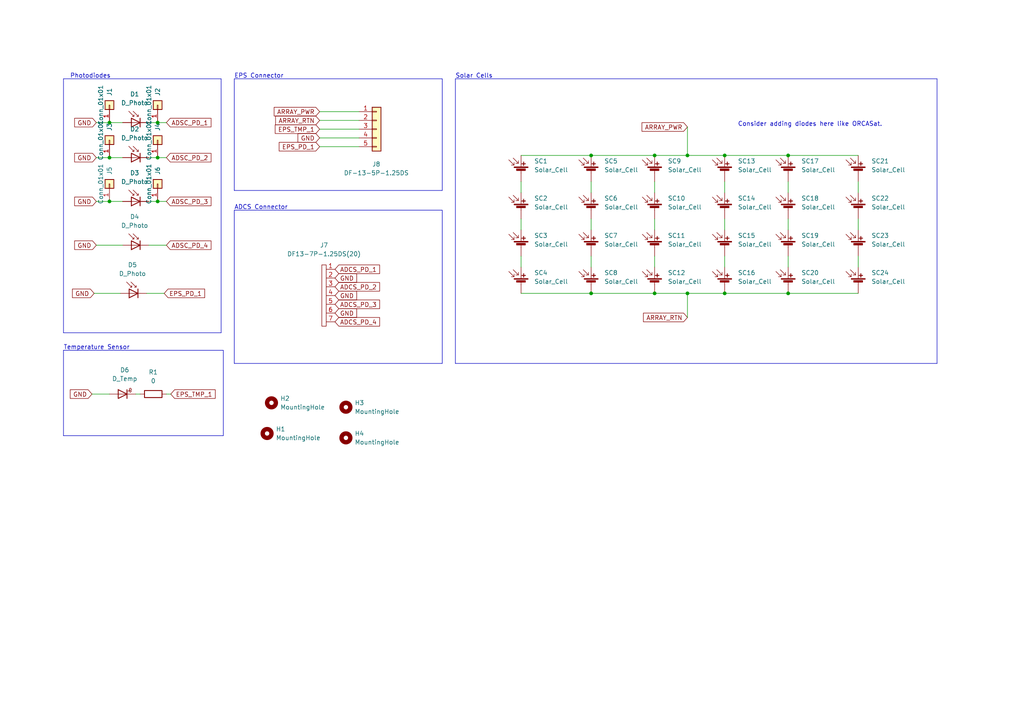
<source format=kicad_sch>
(kicad_sch (version 20230121) (generator eeschema)
  (paper "A4")
  (lib_symbols
    (symbol "ADCS_Symbols:DF13-4P-1.25DS(20)"
      (property "Reference" "U" (at 0 0 0))
      (property "Value" "DF13-4P-1.25DS(20)" (at 0 0 0))
      (symbol "DF13-4P-1.25DS(20)_0_1"
        (rectangle (start 0 0) (end 17.78 -1.27))
      )
      (symbol "DF13-4P-1.25DS(20)_1_1"
        (pin input line (at 1.27 -3.81 90) (length 2.54) (name "") (number "1"))
        (pin input line (at 3.81 -3.81 90) (length 2.54) (name "") (number "2"))
        (pin input line (at 6.35 -3.81 90) (length 2.54) (name "") (number "3"))
        (pin input line (at 8.89 -3.81 90) (length 2.54) (name "") (number "4"))
        (pin input line (at 11.43 -3.81 90) (length 2.54) (name "") (number "5"))
        (pin input line (at 13.97 -3.81 90) (length 2.54) (name "") (number "6"))
        (pin input line (at 16.51 -3.81 90) (length 2.54) (name "") (number "7"))
      )
    )
    (symbol "Connector_Generic:Conn_01x01" (pin_names (offset 1.016) hide)
      (property "Reference" "J" (at 0 2.54 0))
      (property "Value" "Conn_01x01" (at 0 -2.54 0))
      (symbol "Conn_01x01_1_1"
        (rectangle (start -1.27 0.127) (end 0 -0.127) (stroke (width 0.1524)))
        (rectangle (start -1.27 1.27) (end 1.27 -1.27) (stroke (width 0.254)) (fill (type background)))
        (pin passive line (at -5.08 0 0) (length 3.81) (name "Pin_1") (number "1"))
      )
    )
    (symbol "Connector_Generic:Conn_01x05" (pin_names (offset 1.016) hide)
      (property "Reference" "J" (at 0 7.62 0))
      (property "Value" "Conn_01x05" (at 0 -7.62 0))
      (symbol "Conn_01x05_1_1"
        (rectangle (start -1.27 -4.953) (end 0 -5.207) (stroke (width 0.1524)))
        (rectangle (start -1.27 -2.413) (end 0 -2.667) (stroke (width 0.1524)))
        (rectangle (start -1.27 0.127) (end 0 -0.127) (stroke (width 0.1524)))
        (rectangle (start -1.27 2.667) (end 0 2.413) (stroke (width 0.1524)))
        (rectangle (start -1.27 5.207) (end 0 4.953) (stroke (width 0.1524)))
        (rectangle (start -1.27 6.35) (end 1.27 -6.35) (stroke (width 0.254)) (fill (type background)))
        (pin passive line (at -5.08 5.08 0) (length 3.81) (name "Pin_1") (number "1"))
        (pin passive line (at -5.08 2.54 0) (length 3.81) (name "Pin_2") (number "2"))
        (pin passive line (at -5.08 0 0) (length 3.81) (name "Pin_3") (number "3"))
        (pin passive line (at -5.08 -2.54 0) (length 3.81) (name "Pin_4") (number "4"))
        (pin passive line (at -5.08 -5.08 0) (length 3.81) (name "Pin_5") (number "5"))
      )
    )
    (symbol "Device:D_Photo" (pin_numbers hide) (pin_names hide)
      (property "Reference" "D" (at 0.508 1.778 0))
      (property "Value" "D_Photo" (at -1.016 -2.794 0))
      (symbol "D_Photo_0_1"
        (polyline (pts (xy -2.54 1.27) (xy -2.54 -1.27)) (stroke (width 0.254)))
        (polyline (pts (xy -2.032 1.778) (xy -1.524 1.778)))
        (polyline (pts (xy 0 0) (xy -2.54 0)))
        (polyline (pts (xy -0.508 3.302) (xy -2.032 1.778) (xy -2.032 2.286)))
        (polyline (pts (xy 0 -1.27) (xy 0 1.27) (xy -2.54 0) (xy 0 -1.27)) (stroke (width 0.254)))
        (polyline (pts (xy 0.762 3.302) (xy -0.762 1.778) (xy -0.762 2.286) (xy -0.762 1.778) (xy -0.254 1.778)))
      )
      (symbol "D_Photo_1_1"
        (pin passive line (at -5.08 0 0) (length 2.54) (name "K") (number "1"))
        (pin passive line (at 2.54 0 180) (length 2.54) (name "A") (number "2"))
      )
    )
    (symbol "Device:D_TemperatureDependent" (pin_numbers hide) (pin_names (offset 1.016) hide)
      (property "Reference" "D" (at 0 2.54 0))
      (property "Value" "D_TemperatureDependent" (at 0 -3.175 0))
      (symbol "D_TemperatureDependent_0_1"
        (arc (start -2.4892 -1.4478) (mid -2.4907 -1.2925) (end -2.6162 -1.1938))
        (arc (start -2.4892 -1.4478) (mid -2.4148 -1.6274) (end -2.2352 -1.7018))
        (arc (start -2.4892 -0.8128) (mid -2.4148 -0.9924) (end -2.2352 -1.0668))
        (arc (start -2.2352 -1.7018) (mid -2.0556 -1.6274) (end -1.9812 -1.4478))
        (arc (start -2.2352 -1.0668) (mid -1.8805 -1.0481) (end -1.6002 -0.8128))
        (arc (start -2.2352 -0.5588) (mid -2.4148 -0.6332) (end -2.4892 -0.8128))
        (arc (start -1.9812 -0.8128) (mid -2.0556 -0.6332) (end -2.2352 -0.5588))
        (polyline (pts (xy -1.9812 -1.4224) (xy -1.9812 -0.8128)))
        (polyline (pts (xy -1.27 1.27) (xy -1.27 -1.27)) (stroke (width 0.254)))
        (polyline (pts (xy 1.27 0) (xy -1.27 0)))
        (polyline (pts (xy 1.27 -1.27) (xy 1.27 1.27) (xy -1.27 0) (xy 1.27 -1.27)) (stroke (width 0.254)))
      )
      (symbol "D_TemperatureDependent_1_1"
        (pin passive line (at -3.81 0 0) (length 2.54) (name "K") (number "1"))
        (pin passive line (at 3.81 0 180) (length 2.54) (name "A") (number "2"))
      )
    )
    (symbol "Device:R" (pin_numbers hide) (pin_names (offset 0))
      (property "Reference" "R" (at 2.032 0 90))
      (property "Value" "R" (at 0 0 90))
      (symbol "R_0_1"
        (rectangle (start -1.016 -2.54) (end 1.016 2.54) (stroke (width 0.254)))
      )
      (symbol "R_1_1"
        (pin passive line (at 0 3.81 270) (length 1.27) (name "~") (number "1"))
        (pin passive line (at 0 -3.81 90) (length 1.27) (name "~") (number "2"))
      )
    )
    (symbol "Device:Solar_Cell" (pin_numbers hide) (pin_names (offset 0) hide)
      (property "Reference" "SC" (at 2.54 2.54 0))
      (property "Value" "Solar_Cell" (at 2.54 0 0))
      (symbol "Solar_Cell_0_1"
        (rectangle (start -2.032 1.778) (end 2.032 1.524) (fill (type outline)))
        (rectangle (start -1.3208 1.1938) (end 1.27 0.6858) (fill (type outline)))
        (polyline (pts (xy -2.032 2.286) (xy -3.556 3.81)))
        (polyline (pts (xy -0.762 2.794) (xy -2.286 4.318)))
        (polyline (pts (xy 0 0.762) (xy 0 0)))
        (polyline (pts (xy 0 1.778) (xy 0 2.54)))
        (polyline (pts (xy 0.254 2.667) (xy 1.27 2.667)) (stroke (width 0.254)))
        (polyline (pts (xy 0.762 3.175) (xy 0.762 2.159)) (stroke (width 0.254)))
        (polyline (pts (xy -2.032 3.048) (xy -2.032 2.286) (xy -2.794 2.286)))
        (polyline (pts (xy -0.762 3.556) (xy -0.762 2.794) (xy -1.524 2.794)))
      )
      (symbol "Solar_Cell_1_1"
        (pin passive line (at 0 5.08 270) (length 2.54) (name "+") (number "1"))
        (pin passive line (at 0 -2.54 90) (length 2.54) (name "-") (number "2"))
      )
    )
    (symbol "Mechanical:MountingHole" (pin_names (offset 1.016))
      (property "Reference" "H" (at 0 5.08 0))
      (property "Value" "MountingHole" (at 0 3.175 0))
      (symbol "MountingHole_0_1"
        (circle (center 0 0) (radius 1.27) (stroke (width 1.27)))
      )
    )
  )
  (junction (at 31.75 45.72))
  (junction (at 45.72 58.42))
  (junction (at 228.6 85.09))
  (junction (at 45.72 35.56))
  (junction (at 171.45 45.085))
  (junction (at 189.865 85.09))
  (junction (at 45.72 45.72))
  (junction (at 199.39 45.085))
  (junction (at 228.6 45.085))
  (junction (at 171.45 85.09))
  (junction (at 199.39 85.09))
  (junction (at 31.75 58.42))
  (junction (at 189.865 45.085))
  (junction (at 210.185 45.085))
  (junction (at 31.75 35.56))
  (junction (at 210.185 85.09))
  (polyline (pts (xy 271.78 105.41) (xy 271.78 22.86)))
  (wire (pts (xy 92.71 34.925) (xy 104.14 34.925)))
  (wire (pts (xy 92.71 32.385) (xy 104.14 32.385)))
  (wire (pts (xy 31.75 35.56) (xy 35.56 35.56)))
  (wire (pts (xy 151.13 52.705) (xy 151.13 55.88)))
  (wire (pts (xy 27.94 71.12) (xy 35.56 71.12)))
  (wire (pts (xy 228.6 74.295) (xy 228.6 77.47)))
  (wire (pts (xy 210.185 63.5) (xy 210.185 66.675)))
  (wire (pts (xy 42.545 85.09) (xy 47.625 85.09)))
  (wire (pts (xy 210.185 52.705) (xy 210.185 55.88)))
  (wire (pts (xy 228.6 52.705) (xy 228.6 55.88)))
  (polyline (pts (xy 18.415 22.86) (xy 18.415 96.52)))
  (wire (pts (xy 26.67 114.3) (xy 31.75 114.3)))
  (polyline (pts (xy 128.27 105.41) (xy 128.27 60.96)))
  (wire (pts (xy 210.185 85.09) (xy 228.6 85.09)))
  (polyline (pts (xy 64.77 101.6) (xy 64.77 126.365)))
  (wire (pts (xy 228.6 45.085) (xy 248.92 45.085)))
  (wire (pts (xy 199.39 85.09) (xy 199.39 92.075)))
  (wire (pts (xy 210.185 45.085) (xy 228.6 45.085)))
  (polyline (pts (xy 18.415 22.86) (xy 64.135 22.86)))
  (wire (pts (xy 48.26 45.72) (xy 45.72 45.72)))
  (wire (pts (xy 48.26 35.56) (xy 45.72 35.56)))
  (wire (pts (xy 151.13 85.09) (xy 171.45 85.09)))
  (wire (pts (xy 31.75 45.72) (xy 35.56 45.72)))
  (wire (pts (xy 189.865 52.705) (xy 189.865 55.88)))
  (wire (pts (xy 171.45 85.09) (xy 189.865 85.09)))
  (polyline (pts (xy 67.945 60.96) (xy 128.27 60.96)))
  (wire (pts (xy 189.865 45.085) (xy 199.39 45.085)))
  (polyline (pts (xy 18.415 101.6) (xy 64.77 101.6)))
  (wire (pts (xy 248.92 52.705) (xy 248.92 55.88)))
  (wire (pts (xy 31.75 58.42) (xy 35.56 58.42)))
  (wire (pts (xy 151.13 63.5) (xy 151.13 66.675)))
  (polyline (pts (xy 132.08 105.41) (xy 271.78 105.41)))
  (wire (pts (xy 228.6 85.09) (xy 248.92 85.09)))
  (polyline (pts (xy 64.135 22.86) (xy 64.135 96.52)))
  (polyline (pts (xy 67.945 105.41) (xy 128.27 105.41)))
  (wire (pts (xy 248.92 74.295) (xy 248.92 77.47)))
  (wire (pts (xy 199.39 45.085) (xy 210.185 45.085)))
  (polyline (pts (xy 128.27 55.245) (xy 128.27 22.86)))
  (wire (pts (xy 92.71 40.005) (xy 104.14 40.005)))
  (wire (pts (xy 248.92 63.5) (xy 248.92 66.675)))
  (polyline (pts (xy 18.415 101.6) (xy 18.415 126.365)))
  (wire (pts (xy 45.72 58.42) (xy 43.18 58.42)))
  (polyline (pts (xy 67.945 60.96) (xy 67.945 105.41)))
  (wire (pts (xy 27.94 45.72) (xy 31.75 45.72)))
  (wire (pts (xy 210.185 74.295) (xy 210.185 77.47)))
  (wire (pts (xy 199.39 36.83) (xy 199.39 45.085)))
  (polyline (pts (xy 67.945 55.245) (xy 128.27 55.245)))
  (wire (pts (xy 27.94 58.42) (xy 31.75 58.42)))
  (polyline (pts (xy 67.945 22.86) (xy 67.945 55.245)))
  (polyline (pts (xy 67.945 22.86) (xy 128.27 22.86)))
  (wire (pts (xy 27.94 35.56) (xy 31.75 35.56)))
  (wire (pts (xy 48.26 58.42) (xy 45.72 58.42)))
  (polyline (pts (xy 132.08 22.86) (xy 132.08 105.41)))
  (wire (pts (xy 171.45 74.295) (xy 171.45 77.47)))
  (wire (pts (xy 92.71 42.545) (xy 104.14 42.545)))
  (wire (pts (xy 189.865 85.09) (xy 199.39 85.09)))
  (wire (pts (xy 39.37 114.3) (xy 40.64 114.3)))
  (wire (pts (xy 189.865 74.295) (xy 189.865 77.47)))
  (polyline (pts (xy 64.135 96.52) (xy 18.415 96.52)))
  (wire (pts (xy 92.71 37.465) (xy 104.14 37.465)))
  (wire (pts (xy 45.72 35.56) (xy 43.18 35.56)))
  (wire (pts (xy 45.72 45.72) (xy 43.18 45.72)))
  (wire (pts (xy 228.6 63.5) (xy 228.6 66.675)))
  (wire (pts (xy 199.39 85.09) (xy 210.185 85.09)))
  (wire (pts (xy 189.865 63.5) (xy 189.865 66.675)))
  (wire (pts (xy 151.13 74.295) (xy 151.13 77.47)))
  (wire (pts (xy 49.53 114.3) (xy 48.26 114.3)))
  (wire (pts (xy 151.13 45.085) (xy 171.45 45.085)))
  (wire (pts (xy 171.45 63.5) (xy 171.45 66.675)))
  (wire (pts (xy 171.45 45.085) (xy 189.865 45.085)))
  (wire (pts (xy 43.18 71.12) (xy 48.26 71.12)))
  (wire (pts (xy 171.45 52.705) (xy 171.45 55.88)))
  (wire (pts (xy 27.305 85.09) (xy 34.925 85.09)))
  (polyline (pts (xy 132.08 22.86) (xy 271.78 22.86)))
  (polyline (pts (xy 64.77 126.365) (xy 18.415 126.365)))
  (text "Solar Cells" (at 132.08 22.86 0) (effects (font (size 1.27 1.27)) (justify left bottom)))
  (text "Photodiodes" (at 20.32 22.86 0) (effects (font (size 1.27 1.27)) (justify left bottom)))
  (text "ADCS Connector" (at 67.945 60.96 0) (effects (font (size 1.27 1.27)) (justify left bottom)))
  (text "Consider adding diodes here like ORCASat." (at 213.995 36.83 0) (effects (font (size 1.27 1.27)) (justify left bottom)))
  (text "Temperature Sensor" (at 18.415 101.6 0) (effects (font (size 1.27 1.27)) (justify left bottom)))
  (text "EPS Connector" (at 67.945 22.86 0) (effects (font (size 1.27 1.27)) (justify left bottom)))
  (global_label "GND" (shape input) (at 92.71 40.005 180) (property "Intersheetrefs" "${INTERSHEET_REFS}" (effects hide)))
  (global_label "GND" (shape input) (at 27.305 85.09 180) (property "Intersheetrefs" "${INTERSHEET_REFS}" (effects hide)))
  (global_label "ADCS_PD_3" (shape input) (at 97.155 88.265 0) (property "Intersheetrefs" "${INTERSHEET_REFS}" (effects hide)))
  (global_label "EPS_TMP_1" (shape input) (at 92.71 37.465 180) (property "Intersheetrefs" "${INTERSHEET_REFS}" (effects hide)))
  (global_label "ARRAY_PWR" (shape input) (at 92.71 32.385 180) (property "Intersheetrefs" "${INTERSHEET_REFS}" (effects hide)))
  (global_label "ARRAY_RTN" (shape input) (at 199.39 92.075 180) (property "Intersheetrefs" "${INTERSHEET_REFS}" (effects hide)))
  (global_label "GND" (shape input) (at 26.67 114.3 180) (property "Intersheetrefs" "${INTERSHEET_REFS}" (effects hide)))
  (global_label "GND" (shape input) (at 27.94 58.42 180) (property "Intersheetrefs" "${INTERSHEET_REFS}" (effects hide)))
  (global_label "GND" (shape input) (at 97.155 90.805 0) (property "Intersheetrefs" "${INTERSHEET_REFS}" (effects hide)))
  (global_label "GND" (shape input) (at 27.94 71.12 180) (property "Intersheetrefs" "${INTERSHEET_REFS}" (effects hide)))
  (global_label "GND" (shape input) (at 97.155 85.725 0) (property "Intersheetrefs" "${INTERSHEET_REFS}" (effects hide)))
  (global_label "GND" (shape input) (at 97.155 80.645 0) (property "Intersheetrefs" "${INTERSHEET_REFS}" (effects hide)))
  (global_label "ADCS_PD_2" (shape input) (at 97.155 83.185 0) (property "Intersheetrefs" "${INTERSHEET_REFS}" (effects hide)))
  (global_label "ADCS_PD_1" (shape input) (at 97.155 78.105 0) (property "Intersheetrefs" "${INTERSHEET_REFS}" (effects hide)))
  (global_label "ADSC_PD_4" (shape input) (at 48.26 71.12 0) (property "Intersheetrefs" "${INTERSHEET_REFS}" (effects hide)))
  (global_label "EPS_PD_1" (shape input) (at 47.625 85.09 0) (property "Intersheetrefs" "${INTERSHEET_REFS}" (effects hide)))
  (global_label "EPS_TMP_1" (shape input) (at 49.53 114.3 0) (property "Intersheetrefs" "${INTERSHEET_REFS}" (effects hide)))
  (global_label "ADSC_PD_2" (shape input) (at 48.26 45.72 0) (property "Intersheetrefs" "${INTERSHEET_REFS}" (effects hide)))
  (global_label "EPS_PD_1" (shape input) (at 92.71 42.545 180) (property "Intersheetrefs" "${INTERSHEET_REFS}" (effects hide)))
  (global_label "ADSC_PD_1" (shape input) (at 48.26 35.56 0) (property "Intersheetrefs" "${INTERSHEET_REFS}" (effects hide)))
  (global_label "ADCS_PD_4" (shape input) (at 97.155 93.345 0) (property "Intersheetrefs" "${INTERSHEET_REFS}" (effects hide)))
  (global_label "GND" (shape input) (at 27.94 45.72 180) (property "Intersheetrefs" "${INTERSHEET_REFS}" (effects hide)))
  (global_label "ADSC_PD_3" (shape input) (at 48.26 58.42 0) (property "Intersheetrefs" "${INTERSHEET_REFS}" (effects hide)))
  (global_label "ARRAY_PWR" (shape input) (at 199.39 36.83 180) (property "Intersheetrefs" "${INTERSHEET_REFS}" (effects hide)))
  (global_label "ARRAY_RTN" (shape input) (at 92.71 34.925 180) (property "Intersheetrefs" "${INTERSHEET_REFS}" (effects hide)))
  (global_label "GND" (shape input) (at 27.94 35.56 180) (property "Intersheetrefs" "${INTERSHEET_REFS}" (effects hide)))
  (symbol (lib_id "Device:Solar_Cell") (at 228.6 60.96 0) (unit 1)
    (property "Reference" "SC18" (at 232.41 57.5309 0) (effects (justify left)))
    (property "Value" "Solar_Cell" (at 232.41 60.0709 0) (effects (justify left)))
    (property "Footprint" "1_MOD Files:TrisolX_Solar_Cell" (effects hide))
  )
  (symbol (lib_id "Device:D_Photo") (at 37.465 85.09 0) (mirror y) (unit 1)
    (property "Reference" "D5" (at 38.4175 76.835 0))
    (property "Value" "D_Photo" (at 38.4175 79.375 0))
    (property "Footprint" "1_MOD Files:DIO_SFH_2430-Z" (effects hide))
  )
  (symbol (lib_id "Device:Solar_Cell") (at 210.185 82.55 0) (unit 1)
    (property "Reference" "SC16" (at 213.995 79.1209 0) (effects (justify left)))
    (property "Value" "Solar_Cell" (at 213.995 81.6609 0) (effects (justify left)))
    (property "Footprint" "1_MOD Files:TrisolX_Solar_Cell" (effects hide))
  )
  (symbol (lib_id "Device:Solar_Cell") (at 151.13 60.96 0) (unit 1)
    (property "Reference" "SC2" (at 154.94 57.5309 0) (effects (justify left)))
    (property "Value" "Solar_Cell" (at 154.94 60.0709 0) (effects (justify left)))
    (property "Footprint" "1_MOD Files:TrisolX_Solar_Cell" (effects hide))
  )
  (symbol (lib_id "Connector_Generic:Conn_01x01") (at 31.75 30.48 90) (unit 1)
    (property "Reference" "J1" (at 31.75 26.67 0))
    (property "Value" "Conn_01x01" (at 29.21 30.48 0))
    (property "Footprint" "Connector_PinHeader_2.54mm:PinHeader_1x01_P2.54mm_Vertical" (effects hide))
  )
  (symbol (lib_id "Device:Solar_Cell") (at 189.865 50.165 0) (unit 1)
    (property "Reference" "SC9" (at 193.675 46.7359 0) (effects (justify left)))
    (property "Value" "Solar_Cell" (at 193.675 49.2759 0) (effects (justify left)))
    (property "Footprint" "1_MOD Files:TrisolX_Solar_Cell" (effects hide))
  )
  (symbol (lib_id "Device:Solar_Cell") (at 228.6 50.165 0) (unit 1)
    (property "Reference" "SC17" (at 232.41 46.7359 0) (effects (justify left)))
    (property "Value" "Solar_Cell" (at 232.41 49.2759 0) (effects (justify left)))
    (property "Footprint" "1_MOD Files:TrisolX_Solar_Cell" (effects hide))
  )
  (symbol (lib_id "Device:Solar_Cell") (at 151.13 82.55 0) (unit 1)
    (property "Reference" "SC4" (at 154.94 79.1209 0) (effects (justify left)))
    (property "Value" "Solar_Cell" (at 154.94 81.6609 0) (effects (justify left)))
    (property "Footprint" "1_MOD Files:TrisolX_Solar_Cell" (effects hide))
  )
  (symbol (lib_id "Device:R") (at 44.45 114.3 90) (unit 1)
    (property "Reference" "R1" (at 44.45 107.95 90))
    (property "Value" "0" (at 44.45 110.49 90))
    (property "Footprint" "Resistor_SMD:R_0603_1608Metric" (effects hide))
  )
  (symbol (lib_id "Connector_Generic:Conn_01x01") (at 31.75 40.64 90) (unit 1)
    (property "Reference" "J3" (at 31.75 36.83 0))
    (property "Value" "Conn_01x01" (at 29.21 40.64 0))
    (property "Footprint" "Connector_PinHeader_2.54mm:PinHeader_1x01_P2.54mm_Vertical" (effects hide))
  )
  (symbol (lib_id "Mechanical:MountingHole") (at 77.47 125.73 0) (unit 1)
    (property "Reference" "H1" (at 80.01 124.4599 0) (effects (justify left)))
    (property "Value" "MountingHole" (at 80.01 126.9999 0) (effects (justify left)))
    (property "Footprint" "MountingHole:MountingHole_2.2mm_M2_DIN965_Pad" (effects hide))
  )
  (symbol (lib_id "Device:D_Photo") (at 38.1 58.42 0) (mirror y) (unit 1)
    (property "Reference" "D3" (at 39.0525 50.165 0))
    (property "Value" "D_Photo" (at 39.0525 52.705 0))
    (property "Footprint" "1_MOD Files:DIO_SFH_2430-Z" (effects hide))
  )
  (symbol (lib_id "Device:Solar_Cell") (at 189.865 60.96 0) (unit 1)
    (property "Reference" "SC10" (at 193.675 57.5309 0) (effects (justify left)))
    (property "Value" "Solar_Cell" (at 193.675 60.0709 0) (effects (justify left)))
    (property "Footprint" "1_MOD Files:TrisolX_Solar_Cell" (effects hide))
  )
  (symbol (lib_id "Mechanical:MountingHole") (at 78.74 116.84 0) (unit 1)
    (property "Reference" "H2" (at 81.28 115.5699 0) (effects (justify left)))
    (property "Value" "MountingHole" (at 81.28 118.1099 0) (effects (justify left)))
    (property "Footprint" "MountingHole:MountingHole_2.2mm_M2_DIN965_Pad" (effects hide))
  )
  (symbol (lib_id "Connector_Generic:Conn_01x01") (at 45.72 30.48 90) (unit 1)
    (property "Reference" "J2" (at 45.72 26.67 0))
    (property "Value" "Conn_01x01" (at 43.18 30.48 0))
    (property "Footprint" "Connector_PinHeader_2.54mm:PinHeader_1x01_P2.54mm_Vertical" (effects hide))
  )
  (symbol (lib_id "Device:Solar_Cell") (at 210.185 71.755 0) (unit 1)
    (property "Reference" "SC15" (at 213.995 68.3259 0) (effects (justify left)))
    (property "Value" "Solar_Cell" (at 213.995 70.8659 0) (effects (justify left)))
    (property "Footprint" "1_MOD Files:TrisolX_Solar_Cell" (effects hide))
  )
  (symbol (lib_id "Device:Solar_Cell") (at 248.92 60.96 0) (unit 1)
    (property "Reference" "SC22" (at 252.73 57.5309 0) (effects (justify left)))
    (property "Value" "Solar_Cell" (at 252.73 60.0709 0) (effects (justify left)))
    (property "Footprint" "1_MOD Files:TrisolX_Solar_Cell" (effects hide))
  )
  (symbol (lib_id "Device:D_TemperatureDependent") (at 35.56 114.3 180) (unit 1)
    (property "Reference" "D6" (at 36.1696 107.315 0))
    (property "Value" "D_Temp" (at 36.1696 109.855 0))
    (property "Footprint" "1_MOD Files:SOIC127P600X175-8N" (effects hide))
  )
  (symbol (lib_id "Device:Solar_Cell") (at 248.92 50.165 0) (unit 1)
    (property "Reference" "SC21" (at 252.73 46.7359 0) (effects (justify left)))
    (property "Value" "Solar_Cell" (at 252.73 49.2759 0) (effects (justify left)))
    (property "Footprint" "1_MOD Files:TrisolX_Solar_Cell" (effects hide))
  )
  (symbol (lib_id "Device:Solar_Cell") (at 151.13 71.755 0) (unit 1)
    (property "Reference" "SC3" (at 154.94 68.3259 0) (effects (justify left)))
    (property "Value" "Solar_Cell" (at 154.94 70.8659 0) (effects (justify left)))
    (property "Footprint" "1_MOD Files:TrisolX_Solar_Cell" (effects hide))
  )
  (symbol (lib_id "Device:D_Photo") (at 38.1 71.12 0) (mirror y) (unit 1)
    (property "Reference" "D4" (at 39.0525 62.865 0))
    (property "Value" "D_Photo" (at 39.0525 65.405 0))
    (property "Footprint" "1_MOD Files:DIO_SFH_2430-Z" (effects hide))
  )
  (symbol (lib_id "Connector_Generic:Conn_01x01") (at 45.72 40.64 90) (unit 1)
    (property "Reference" "J4" (at 45.72 36.83 0))
    (property "Value" "Conn_01x01" (at 43.18 40.64 0))
    (property "Footprint" "Connector_PinHeader_2.54mm:PinHeader_1x01_P2.54mm_Vertical" (effects hide))
  )
  (symbol (lib_id "Device:D_Photo") (at 38.1 35.56 0) (mirror y) (unit 1)
    (property "Reference" "D1" (at 39.0525 27.305 0))
    (property "Value" "D_Photo" (at 39.0525 29.845 0))
    (property "Footprint" "1_MOD Files:DIO_SFH_2430-Z" (effects hide))
  )
  (symbol (lib_id "ADCS_Symbols:DF13-4P-1.25DS(20)") (at 93.345 76.835 90) (mirror x) (unit 1)
    (property "Reference" "J7" (at 93.98 71.12 90))
    (property "Value" "DF13-7P-1.25DS(20)" (at 93.98 73.66 90))
    (property "Footprint" "Connector_Hirose:Hirose_DF13-07P-1.25DS_1x07_P1.25mm_Horizontal" (effects hide))
  )
  (symbol (lib_id "Mechanical:MountingHole") (at 100.33 127 0) (unit 1)
    (property "Reference" "H4" (at 102.87 125.7299 0) (effects (justify left)))
    (property "Value" "MountingHole" (at 102.87 128.2699 0) (effects (justify left)))
    (property "Footprint" "MountingHole:MountingHole_2.2mm_M2_DIN965_Pad" (effects hide))
  )
  (symbol (lib_id "Connector_Generic:Conn_01x05") (at 109.22 37.465 0) (unit 1)
    (property "Reference" "J8" (at 107.95 47.625 0) (effects (justify left)))
    (property "Value" "DF-13-5P-1.25DS" (at 99.695 50.165 0) (effects (justify left)))
    (property "Footprint" "Connector_Hirose:Hirose_DF13-05P-1.25DS_1x05_P1.25mm_Horizontal" (effects hide))
  )
  (symbol (lib_id "Device:Solar_Cell") (at 248.92 71.755 0) (unit 1)
    (property "Reference" "SC23" (at 252.73 68.3259 0) (effects (justify left)))
    (property "Value" "Solar_Cell" (at 252.73 70.8659 0) (effects (justify left)))
    (property "Footprint" "1_MOD Files:TrisolX_Solar_Cell" (effects hide))
  )
  (symbol (lib_id "Device:Solar_Cell") (at 248.92 82.55 0) (unit 1)
    (property "Reference" "SC24" (at 252.73 79.1209 0) (effects (justify left)))
    (property "Value" "Solar_Cell" (at 252.73 81.6609 0) (effects (justify left)))
    (property "Footprint" "1_MOD Files:TrisolX_Solar_Cell" (effects hide))
  )
  (symbol (lib_id "Device:Solar_Cell") (at 210.185 50.165 0) (unit 1)
    (property "Reference" "SC13" (at 213.995 46.7359 0) (effects (justify left)))
    (property "Value" "Solar_Cell" (at 213.995 49.2759 0) (effects (justify left)))
    (property "Footprint" "1_MOD Files:TrisolX_Solar_Cell" (effects hide))
  )
  (symbol (lib_id "Device:Solar_Cell") (at 189.865 71.755 0) (unit 1)
    (property "Reference" "SC11" (at 193.675 68.3259 0) (effects (justify left)))
    (property "Value" "Solar_Cell" (at 193.675 70.8659 0) (effects (justify left)))
    (property "Footprint" "1_MOD Files:TrisolX_Solar_Cell" (effects hide))
  )
  (symbol (lib_id "Device:D_Photo") (at 38.1 45.72 0) (mirror y) (unit 1)
    (property "Reference" "D2" (at 39.0525 37.465 0))
    (property "Value" "D_Photo" (at 39.0525 40.005 0))
    (property "Footprint" "1_MOD Files:DIO_SFH_2430-Z" (effects hide))
  )
  (symbol (lib_id "Device:Solar_Cell") (at 210.185 60.96 0) (unit 1)
    (property "Reference" "SC14" (at 213.995 57.5309 0) (effects (justify left)))
    (property "Value" "Solar_Cell" (at 213.995 60.0709 0) (effects (justify left)))
    (property "Footprint" "1_MOD Files:TrisolX_Solar_Cell" (effects hide))
  )
  (symbol (lib_id "Device:Solar_Cell") (at 171.45 82.55 0) (unit 1)
    (property "Reference" "SC8" (at 175.26 79.1209 0) (effects (justify left)))
    (property "Value" "Solar_Cell" (at 175.26 81.6609 0) (effects (justify left)))
    (property "Footprint" "1_MOD Files:TrisolX_Solar_Cell" (effects hide))
  )
  (symbol (lib_id "Device:Solar_Cell") (at 189.865 82.55 0) (unit 1)
    (property "Reference" "SC12" (at 193.675 79.1209 0) (effects (justify left)))
    (property "Value" "Solar_Cell" (at 193.675 81.6609 0) (effects (justify left)))
    (property "Footprint" "1_MOD Files:TrisolX_Solar_Cell" (effects hide))
  )
  (symbol (lib_id "Mechanical:MountingHole") (at 100.33 118.11 0) (unit 1)
    (property "Reference" "H3" (at 102.87 116.8399 0) (effects (justify left)))
    (property "Value" "MountingHole" (at 102.87 119.3799 0) (effects (justify left)))
    (property "Footprint" "MountingHole:MountingHole_2.2mm_M2_DIN965_Pad" (effects hide))
  )
  (symbol (lib_id "Device:Solar_Cell") (at 171.45 71.755 0) (unit 1)
    (property "Reference" "SC7" (at 175.26 68.3259 0) (effects (justify left)))
    (property "Value" "Solar_Cell" (at 175.26 70.8659 0) (effects (justify left)))
    (property "Footprint" "1_MOD Files:TrisolX_Solar_Cell" (effects hide))
  )
  (symbol (lib_id "Device:Solar_Cell") (at 228.6 71.755 0) (unit 1)
    (property "Reference" "SC19" (at 232.41 68.3259 0) (effects (justify left)))
    (property "Value" "Solar_Cell" (at 232.41 70.8659 0) (effects (justify left)))
    (property "Footprint" "1_MOD Files:TrisolX_Solar_Cell" (effects hide))
  )
  (symbol (lib_id "Device:Solar_Cell") (at 171.45 60.96 0) (unit 1)
    (property "Reference" "SC6" (at 175.26 57.5309 0) (effects (justify left)))
    (property "Value" "Solar_Cell" (at 175.26 60.0709 0) (effects (justify left)))
    (property "Footprint" "1_MOD Files:TrisolX_Solar_Cell" (effects hide))
  )
  (symbol (lib_id "Device:Solar_Cell") (at 151.13 50.165 0) (unit 1)
    (property "Reference" "SC1" (at 154.94 46.7359 0) (effects (justify left)))
    (property "Value" "Solar_Cell" (at 154.94 49.2759 0) (effects (justify left)))
    (property "Footprint" "1_MOD Files:TrisolX_Solar_Cell" (effects hide))
  )
  (symbol (lib_id "Connector_Generic:Conn_01x01") (at 31.75 53.34 90) (unit 1)
    (property "Reference" "J5" (at 31.75 49.53 0))
    (property "Value" "Conn_01x01" (at 29.21 53.34 0))
    (property "Footprint" "Connector_PinHeader_2.54mm:PinHeader_1x01_P2.54mm_Vertical" (effects hide))
  )
  (symbol (lib_id "Connector_Generic:Conn_01x01") (at 45.72 53.34 90) (unit 1)
    (property "Reference" "J6" (at 45.72 49.53 0))
    (property "Value" "Conn_01x01" (at 43.18 53.34 0))
    (property "Footprint" "Connector_PinHeader_2.54mm:PinHeader_1x01_P2.54mm_Vertical" (effects hide))
  )
  (symbol (lib_id "Device:Solar_Cell") (at 171.45 50.165 0) (unit 1)
    (property "Reference" "SC5" (at 175.26 46.7359 0) (effects (justify left)))
    (property "Value" "Solar_Cell" (at 175.26 49.2759 0) (effects (justify left)))
    (property "Footprint" "1_MOD Files:TrisolX_Solar_Cell" (effects hide))
  )
  (symbol (lib_id "Device:Solar_Cell") (at 228.6 82.55 0) (unit 1)
    (property "Reference" "SC20" (at 232.41 79.1209 0) (effects (justify left)))
    (property "Value" "Solar_Cell" (at 232.41 81.6609 0) (effects (justify left)))
    (property "Footprint" "1_MOD Files:TrisolX_Solar_Cell" (effects hide))
  )
)
</source>
